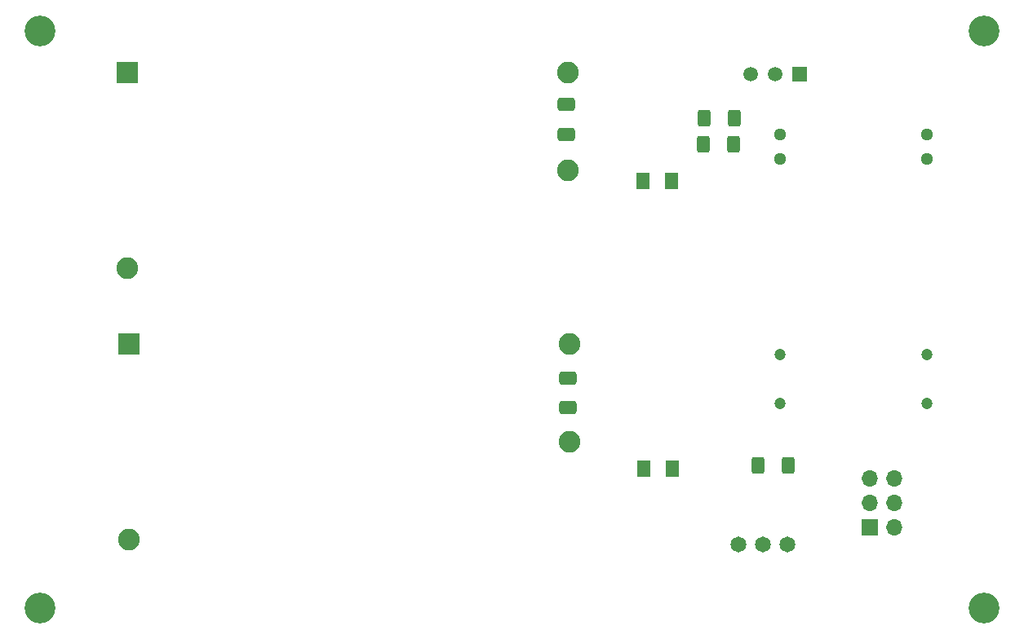
<source format=gbr>
%TF.GenerationSoftware,KiCad,Pcbnew,(6.0.7)*%
%TF.CreationDate,2023-04-08T09:09:21+05:30*%
%TF.ProjectId,aux_PS,6175785f-5053-42e6-9b69-6361645f7063,rev?*%
%TF.SameCoordinates,Original*%
%TF.FileFunction,Soldermask,Bot*%
%TF.FilePolarity,Negative*%
%FSLAX46Y46*%
G04 Gerber Fmt 4.6, Leading zero omitted, Abs format (unit mm)*
G04 Created by KiCad (PCBNEW (6.0.7)) date 2023-04-08 09:09:21*
%MOMM*%
%LPD*%
G01*
G04 APERTURE LIST*
G04 Aperture macros list*
%AMRoundRect*
0 Rectangle with rounded corners*
0 $1 Rounding radius*
0 $2 $3 $4 $5 $6 $7 $8 $9 X,Y pos of 4 corners*
0 Add a 4 corners polygon primitive as box body*
4,1,4,$2,$3,$4,$5,$6,$7,$8,$9,$2,$3,0*
0 Add four circle primitives for the rounded corners*
1,1,$1+$1,$2,$3*
1,1,$1+$1,$4,$5*
1,1,$1+$1,$6,$7*
1,1,$1+$1,$8,$9*
0 Add four rect primitives between the rounded corners*
20,1,$1+$1,$2,$3,$4,$5,0*
20,1,$1+$1,$4,$5,$6,$7,0*
20,1,$1+$1,$6,$7,$8,$9,0*
20,1,$1+$1,$8,$9,$2,$3,0*%
G04 Aperture macros list end*
%ADD10C,3.200000*%
%ADD11C,1.650000*%
%ADD12RoundRect,0.250000X-0.400000X-0.625000X0.400000X-0.625000X0.400000X0.625000X-0.400000X0.625000X0*%
%ADD13R,2.250000X2.250000*%
%ADD14C,2.250000*%
%ADD15R,1.500000X1.500000*%
%ADD16C,1.500000*%
%ADD17RoundRect,0.250000X0.400000X0.625000X-0.400000X0.625000X-0.400000X-0.625000X0.400000X-0.625000X0*%
%ADD18C,1.286000*%
%ADD19C,1.200000*%
%ADD20R,1.700000X1.700000*%
%ADD21O,1.700000X1.700000*%
%ADD22RoundRect,0.250001X-0.462499X-0.624999X0.462499X-0.624999X0.462499X0.624999X-0.462499X0.624999X0*%
%ADD23RoundRect,0.250000X-0.650000X0.412500X-0.650000X-0.412500X0.650000X-0.412500X0.650000X0.412500X0*%
G04 APERTURE END LIST*
D10*
%TO.C,REF\u002A\u002A*%
X57000000Y-45000000D03*
%TD*%
%TO.C,REF\u002A\u002A*%
X57000000Y-105000000D03*
%TD*%
%TO.C,REF\u002A\u002A*%
X155000000Y-105000000D03*
%TD*%
%TO.C,REF\u002A\u002A*%
X155000000Y-45000000D03*
%TD*%
D11*
%TO.C,J1*%
X129510000Y-98380000D03*
X132050000Y-98380000D03*
X134590000Y-98380000D03*
%TD*%
D12*
%TO.C,R2*%
X131520000Y-90180000D03*
X134620000Y-90180000D03*
%TD*%
D13*
%TO.C,AC_DC1*%
X66230000Y-77570000D03*
D14*
X66230000Y-97890000D03*
X111950000Y-87730000D03*
X111950000Y-77570000D03*
%TD*%
D15*
%TO.C,PS1*%
X135870000Y-49540000D03*
D16*
X133330000Y-49540000D03*
X130790000Y-49540000D03*
%TD*%
D13*
%TO.C,AC_DC2*%
X66070000Y-49330000D03*
D14*
X66070000Y-69650000D03*
X111790000Y-59490000D03*
X111790000Y-49330000D03*
%TD*%
D17*
%TO.C,R1*%
X129055000Y-54060000D03*
X125955000Y-54060000D03*
%TD*%
D18*
%TO.C,DC_DC1*%
X133835000Y-55800000D03*
X133835000Y-58340000D03*
D19*
X133835000Y-78660000D03*
X133835000Y-83740000D03*
X149075000Y-83740000D03*
X149075000Y-78660000D03*
D18*
X149075000Y-58340000D03*
X149075000Y-55800000D03*
%TD*%
D20*
%TO.C,J2*%
X143100000Y-96575000D03*
D21*
X145640000Y-96575000D03*
X143100000Y-94035000D03*
X145640000Y-94035000D03*
X143100000Y-91495000D03*
X145640000Y-91495000D03*
%TD*%
D22*
%TO.C,D1*%
X119675000Y-90520000D03*
X122650000Y-90520000D03*
%TD*%
D23*
%TO.C,C3*%
X111630000Y-52637500D03*
X111630000Y-55762500D03*
%TD*%
D22*
%TO.C,D2*%
X119565000Y-60620000D03*
X122540000Y-60620000D03*
%TD*%
D17*
%TO.C,C5*%
X128965000Y-56750000D03*
X125865000Y-56750000D03*
%TD*%
D23*
%TO.C,C4*%
X111800000Y-81047500D03*
X111800000Y-84172500D03*
%TD*%
M02*

</source>
